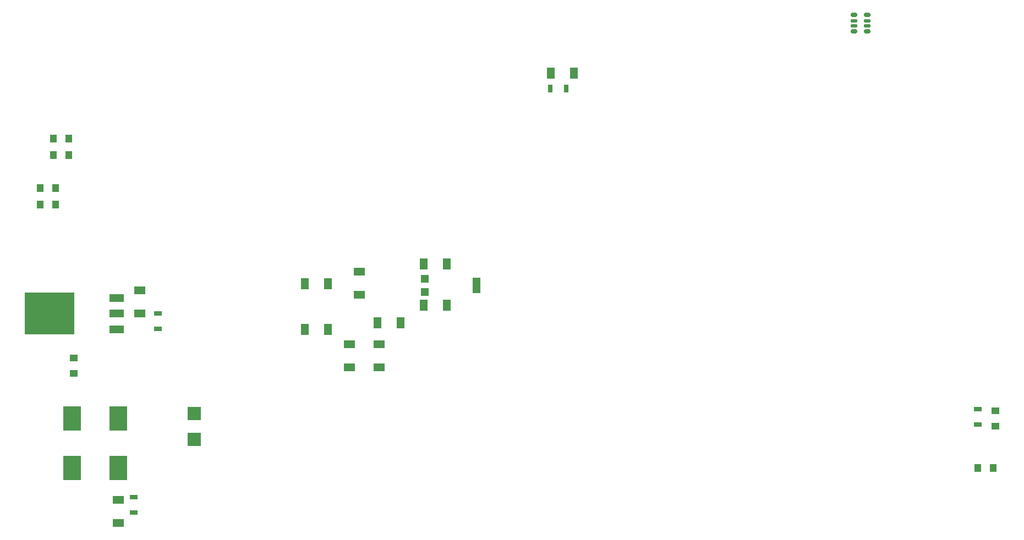
<source format=gbp>
%FSLAX25Y25*%
%MOIN*%
G70*
G01*
G75*
G04 Layer_Color=128*
%ADD10R,0.03150X0.04724*%
%ADD11R,0.06693X0.04921*%
G04:AMPARAMS|DCode=12|XSize=70.87mil|YSize=57.09mil|CornerRadius=0mil|HoleSize=0mil|Usage=FLASHONLY|Rotation=180.000|XOffset=0mil|YOffset=0mil|HoleType=Round|Shape=Octagon|*
%AMOCTAGOND12*
4,1,8,-0.03543,0.01427,-0.03543,-0.01427,-0.02116,-0.02854,0.02116,-0.02854,0.03543,-0.01427,0.03543,0.01427,0.02116,0.02854,-0.02116,0.02854,-0.03543,0.01427,0.0*
%
%ADD12OCTAGOND12*%

G04:AMPARAMS|DCode=13|XSize=59.06mil|YSize=31.5mil|CornerRadius=0mil|HoleSize=0mil|Usage=FLASHONLY|Rotation=180.000|XOffset=0mil|YOffset=0mil|HoleType=Round|Shape=Octagon|*
%AMOCTAGOND13*
4,1,8,-0.02953,0.00787,-0.02953,-0.00787,-0.02165,-0.01575,0.02165,-0.01575,0.02953,-0.00787,0.02953,0.00787,0.02165,0.01575,-0.02165,0.01575,-0.02953,0.00787,0.0*
%
%ADD13OCTAGOND13*%

%ADD14R,0.05906X0.03150*%
G04:AMPARAMS|DCode=15|XSize=70.87mil|YSize=43.31mil|CornerRadius=0mil|HoleSize=0mil|Usage=FLASHONLY|Rotation=270.000|XOffset=0mil|YOffset=0mil|HoleType=Round|Shape=Octagon|*
%AMOCTAGOND15*
4,1,8,-0.01083,-0.03543,0.01083,-0.03543,0.02165,-0.02461,0.02165,0.02461,0.01083,0.03543,-0.01083,0.03543,-0.02165,0.02461,-0.02165,-0.02461,-0.01083,-0.03543,0.0*
%
%ADD15OCTAGOND15*%

%ADD16O,0.05906X0.03937*%
%ADD17R,0.05906X0.03937*%
%ADD18O,0.03937X0.05906*%
%ADD19R,0.04921X0.06693*%
%ADD20R,0.05118X0.04134*%
G04:AMPARAMS|DCode=21|XSize=47.24mil|YSize=39.37mil|CornerRadius=0mil|HoleSize=0mil|Usage=FLASHONLY|Rotation=270.000|XOffset=0mil|YOffset=0mil|HoleType=Round|Shape=Octagon|*
%AMOCTAGOND21*
4,1,8,-0.00984,-0.02362,0.00984,-0.02362,0.01969,-0.01378,0.01969,0.01378,0.00984,0.02362,-0.00984,0.02362,-0.01969,0.01378,-0.01969,-0.01378,-0.00984,-0.02362,0.0*
%
%ADD21OCTAGOND21*%

G04:AMPARAMS|DCode=22|XSize=39.37mil|YSize=25.59mil|CornerRadius=0mil|HoleSize=0mil|Usage=FLASHONLY|Rotation=270.000|XOffset=0mil|YOffset=0mil|HoleType=Round|Shape=Octagon|*
%AMOCTAGOND22*
4,1,8,-0.00640,-0.01969,0.00640,-0.01969,0.01280,-0.01329,0.01280,0.01329,0.00640,0.01969,-0.00640,0.01969,-0.01280,0.01329,-0.01280,-0.01329,-0.00640,-0.01969,0.0*
%
%ADD22OCTAGOND22*%

G04:AMPARAMS|DCode=23|XSize=39.37mil|YSize=19.69mil|CornerRadius=0mil|HoleSize=0mil|Usage=FLASHONLY|Rotation=270.000|XOffset=0mil|YOffset=0mil|HoleType=Round|Shape=Octagon|*
%AMOCTAGOND23*
4,1,8,-0.00492,-0.01969,0.00492,-0.01969,0.00984,-0.01476,0.00984,0.01476,0.00492,0.01969,-0.00492,0.01969,-0.00984,0.01476,-0.00984,-0.01476,-0.00492,-0.01969,0.0*
%
%ADD23OCTAGOND23*%

%ADD24R,0.04134X0.05118*%
%ADD25R,0.07874X0.23622*%
%ADD26R,0.09055X0.04685*%
%ADD27R,0.30299X0.25598*%
%ADD28R,0.04724X0.03150*%
%ADD29R,0.01969X0.09843*%
%ADD30R,0.07874X0.09843*%
%ADD31O,0.00984X0.06102*%
%ADD32O,0.06102X0.00984*%
%ADD33O,0.04134X0.02165*%
%ADD34R,0.04134X0.02165*%
%ADD35C,0.02000*%
%ADD36C,0.01000*%
%ADD37C,0.00787*%
%ADD38C,0.03937*%
%ADD39C,0.01732*%
%ADD40C,0.01181*%
%ADD41C,0.01575*%
%ADD42C,0.19685*%
%ADD43R,0.11811X0.11811*%
%ADD44C,0.11811*%
%ADD45R,0.05906X0.05906*%
%ADD46C,0.05906*%
%ADD47R,0.05906X0.05906*%
%ADD48R,0.06890X0.06890*%
%ADD49C,0.06890*%
%ADD50C,0.06496*%
%ADD51C,0.07874*%
%ADD52O,0.09843X0.07874*%
%ADD53R,0.04921X0.04921*%
%ADD54C,0.04921*%
%ADD55R,0.04724X0.04724*%
%ADD56C,0.04724*%
%ADD57C,0.03937*%
%ADD58C,0.08858*%
%ADD59R,0.08858X0.08858*%
%ADD60C,0.15748*%
%ADD61C,0.05000*%
%ADD62C,0.02701*%
G04:AMPARAMS|DCode=63|XSize=39.37mil|YSize=25.59mil|CornerRadius=0mil|HoleSize=0mil|Usage=FLASHONLY|Rotation=180.000|XOffset=0mil|YOffset=0mil|HoleType=Round|Shape=Octagon|*
%AMOCTAGOND63*
4,1,8,-0.01969,0.00640,-0.01969,-0.00640,-0.01329,-0.01280,0.01329,-0.01280,0.01969,-0.00640,0.01969,0.00640,0.01329,0.01280,-0.01329,0.01280,-0.01969,0.00640,0.0*
%
%ADD63OCTAGOND63*%

G04:AMPARAMS|DCode=64|XSize=39.37mil|YSize=19.69mil|CornerRadius=0mil|HoleSize=0mil|Usage=FLASHONLY|Rotation=180.000|XOffset=0mil|YOffset=0mil|HoleType=Round|Shape=Octagon|*
%AMOCTAGOND64*
4,1,8,-0.01969,0.00492,-0.01969,-0.00492,-0.01476,-0.00984,0.01476,-0.00984,0.01969,-0.00492,0.01969,0.00492,0.01476,0.00984,-0.01476,0.00984,-0.01969,0.00492,0.0*
%
%ADD64OCTAGOND64*%

%ADD65R,0.04724X0.09449*%
%ADD66R,0.04724X0.04724*%
%ADD67R,0.07874X0.07874*%
%ADD68R,0.11000X0.15000*%
%ADD69C,0.02362*%
%ADD70C,0.00984*%
%ADD71C,0.00197*%
%ADD72C,0.00394*%
%ADD73C,0.00591*%
%ADD74C,0.06200*%
D10*
X334488Y274787D02*
D03*
X343937D02*
D03*
D11*
X230874Y106012D02*
D03*
Y119988D02*
D03*
X218874Y163988D02*
D03*
Y150012D02*
D03*
X212874Y106012D02*
D03*
Y119988D02*
D03*
X85701Y138512D02*
D03*
Y152488D02*
D03*
X72701Y11512D02*
D03*
Y25488D02*
D03*
D19*
X334724Y284287D02*
D03*
X348701D02*
D03*
X271862Y168500D02*
D03*
X257886D02*
D03*
X243862Y133000D02*
D03*
X229886D02*
D03*
X185886Y156500D02*
D03*
X199862D02*
D03*
X185886Y129000D02*
D03*
X199862D02*
D03*
X271862Y143500D02*
D03*
X257886D02*
D03*
D20*
X604000Y70374D02*
D03*
Y79626D02*
D03*
X45701Y111626D02*
D03*
Y102374D02*
D03*
D24*
X602626Y45000D02*
D03*
X593374D02*
D03*
X25374Y214500D02*
D03*
X34626D02*
D03*
X25374Y204500D02*
D03*
X34626D02*
D03*
X42626Y244500D02*
D03*
X33374D02*
D03*
X42626Y234500D02*
D03*
X33374D02*
D03*
D26*
X71701Y148000D02*
D03*
Y138500D02*
D03*
Y129000D02*
D03*
D27*
X31000Y138500D02*
D03*
D28*
X593500Y80724D02*
D03*
Y71276D02*
D03*
X96701Y129276D02*
D03*
Y138724D02*
D03*
X82201Y27224D02*
D03*
Y17776D02*
D03*
D63*
X518563Y309480D02*
D03*
Y319520D02*
D03*
X526437Y309480D02*
D03*
Y319520D02*
D03*
D64*
X518563Y312925D02*
D03*
Y316075D02*
D03*
X526437Y312925D02*
D03*
Y316075D02*
D03*
D65*
X289602Y155500D02*
D03*
D66*
X258500Y159437D02*
D03*
Y151563D02*
D03*
D67*
X118701Y62126D02*
D03*
Y77874D02*
D03*
D68*
X44652Y75000D02*
D03*
X72748D02*
D03*
X44652Y45000D02*
D03*
X72748D02*
D03*
M02*

</source>
